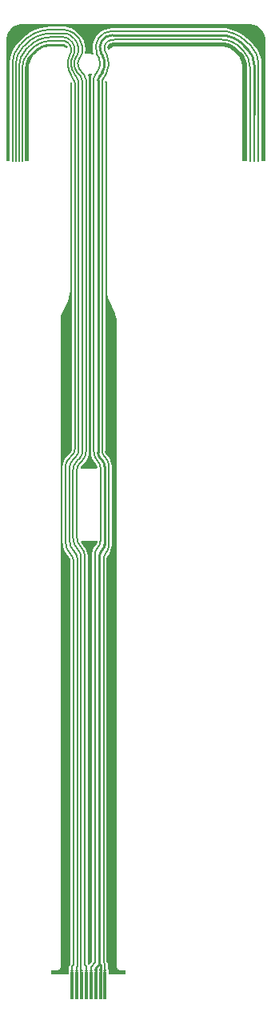
<source format=gbr>
G04*
G04 #@! TF.GenerationSoftware,Altium Limited,Altium Designer,25.1.2 (22)*
G04*
G04 Layer_Physical_Order=1*
G04 Layer_Color=255*
%FSLAX44Y44*%
%MOMM*%
G71*
G04*
G04 #@! TF.SameCoordinates,C917C2C7-DC1F-4EFE-91AA-FEAD6B98D190*
G04*
G04*
G04 #@! TF.FilePolarity,Positive*
G04*
G01*
G75*
%ADD10C,0.1500*%
%ADD11C,0.2500*%
%ADD20C,0.2000*%
%ADD21C,0.1800*%
%ADD22R,0.2000X10.0000*%
%ADD23R,0.2500X10.0000*%
%ADD24R,0.3500X3.0000*%
%ADD25R,0.1800X10.0000*%
G36*
X170000Y1032941D02*
X171668Y1032941D01*
X174942Y1032290D01*
X178025Y1031013D01*
X180799Y1029159D01*
X183159Y1026800D01*
X185013Y1024025D01*
X186290Y1020942D01*
X186941Y1017669D01*
X186941Y1016001D01*
X186941Y888056D01*
X183000D01*
Y936704D01*
X183059Y937000D01*
Y990886D01*
X183088D01*
X182737Y995342D01*
X181693Y999689D01*
X179983Y1003819D01*
X177647Y1007630D01*
X174744Y1011030D01*
X174723Y1011009D01*
X168316Y1017416D01*
X168072Y1017579D01*
X165318Y1019995D01*
X160795Y1023017D01*
X155915Y1025423D01*
X150764Y1027172D01*
X145428Y1028233D01*
X140000Y1028589D01*
Y1028589D01*
X139970Y1028559D01*
X137000Y1028559D01*
X31000D01*
X30997Y1028558D01*
X30994Y1028559D01*
X25471Y1028549D01*
X25000Y1028595D01*
X20982Y1028199D01*
X17119Y1027027D01*
X13558Y1025124D01*
X10437Y1022563D01*
X7876Y1019442D01*
X5973Y1015881D01*
X4801Y1012018D01*
X4405Y1008000D01*
X4801Y1003982D01*
X5575Y1001431D01*
X5108Y1000906D01*
X4512Y1000560D01*
X3358Y1001038D01*
X3063Y1001096D01*
X2784Y1001212D01*
X1336Y1001500D01*
X1034D01*
X739Y1001559D01*
X-739D01*
X-1034Y1001500D01*
X-1336D01*
X-2784Y1001212D01*
X-3238Y1001534D01*
X-3513Y1001797D01*
X-3731Y1002136D01*
X-3757Y1002211D01*
X-3384Y1006000D01*
X-3848Y1010715D01*
X-5223Y1015249D01*
X-7457Y1019428D01*
X-10463Y1023090D01*
X-14125Y1026096D01*
X-18304Y1028329D01*
X-20592Y1029024D01*
X-21302Y1029239D01*
X-21344Y1029267D01*
X-21789Y1029386D01*
X-22030Y1029461D01*
X-25515Y1030020D01*
X-25760Y1030011D01*
X-26000Y1030059D01*
X-40251Y1030058D01*
X-40271Y1030074D01*
Y1030075D01*
X-45625Y1029724D01*
X-51153Y1028624D01*
X-56491Y1026812D01*
X-61547Y1024319D01*
X-66233Y1021188D01*
X-70471Y1017471D01*
X-73813Y1013661D01*
D01*
X-74316Y1013088D01*
X-75213Y1012190D01*
X-75213Y1012190D01*
X-78106Y1008803D01*
X-80434Y1005005D01*
X-82138Y1000889D01*
X-83178Y996558D01*
X-83527Y992117D01*
X-83497D01*
Y937000D01*
X-83440Y936714D01*
Y888958D01*
X-84338Y888060D01*
X-86941Y888061D01*
Y1016001D01*
X-86941Y1017669D01*
X-86290Y1020942D01*
X-85013Y1024025D01*
X-83159Y1026800D01*
X-80800Y1029159D01*
X-78025Y1031013D01*
X-74942Y1032290D01*
X-71669Y1032941D01*
X-70000Y1032941D01*
X-30000Y1032941D01*
X30000Y1032941D01*
X170000Y1032941D01*
X170000Y1032941D01*
D02*
G37*
G36*
X138730Y1013441D02*
X140000Y1013441D01*
X141235Y1013357D01*
X144138Y1013129D01*
X148175Y1012160D01*
X152010Y1010571D01*
X155550Y1008402D01*
X158616Y1005783D01*
X159448Y1004837D01*
X159448D01*
X160353Y1004001D01*
X161398Y1002957D01*
X161510Y1002882D01*
X164209Y999594D01*
X166277Y995724D01*
X167551Y991526D01*
X167968Y987292D01*
X167941Y987159D01*
Y937000D01*
X168000Y936704D01*
Y888056D01*
X163059D01*
Y986000D01*
X163044Y986075D01*
X163055Y986151D01*
X162959Y988111D01*
X162904Y988331D01*
Y988557D01*
X162139Y992403D01*
X162024Y992681D01*
X161965Y992977D01*
X160464Y996599D01*
X160297Y996849D01*
X160182Y997128D01*
X158003Y1000387D01*
X157790Y1000600D01*
X157623Y1000851D01*
X154851Y1003623D01*
X154600Y1003791D01*
X154387Y1004004D01*
X151127Y1006182D01*
X150849Y1006297D01*
X150598Y1006464D01*
X146976Y1007965D01*
X146681Y1008024D01*
X146402Y1008139D01*
X142557Y1008904D01*
X142330D01*
X142110Y1008959D01*
X140150Y1009055D01*
X140075Y1009044D01*
X140000Y1009059D01*
X30000Y1009059D01*
X27553Y1009059D01*
X27445Y1009037D01*
X27336Y1009051D01*
X27259Y1009030D01*
X27179Y1009036D01*
X26268Y1008924D01*
X25876Y1008794D01*
X25471Y1008714D01*
X25347Y1008631D01*
X25204Y1008587D01*
X23596Y1007731D01*
X23480Y1007636D01*
X23342Y1007579D01*
X23126Y1007364D01*
X22872Y1007194D01*
X22872Y1007194D01*
Y1007194D01*
X22788Y1007070D01*
X22673Y1006975D01*
X22602Y1006843D01*
X22496Y1006738D01*
X21865Y1005800D01*
X21456Y1005843D01*
X20298Y1006341D01*
X19968Y1008000D01*
X20351Y1009926D01*
X21442Y1011558D01*
X23074Y1012649D01*
X24422Y1012917D01*
X24422Y1012917D01*
Y1012917D01*
X24465Y1012969D01*
X31109Y1013441D01*
X137000D01*
X138730Y1013441D01*
D02*
G37*
G36*
X-40250Y1011941D02*
X-27590D01*
X-25921Y1011843D01*
X-25192Y1011698D01*
X-23191Y1010361D01*
X-22230Y1008922D01*
X-22331Y1008365D01*
X-22777Y1008018D01*
X-22874Y1007965D01*
X-23723Y1007799D01*
X-25204Y1008587D01*
X-25347Y1008631D01*
X-25471Y1008714D01*
X-25877Y1008794D01*
X-26269Y1008924D01*
X-27180Y1009036D01*
X-27368Y1009022D01*
X-27553Y1009059D01*
X-30000Y1009059D01*
X-40000Y1009059D01*
X-40075Y1009044D01*
X-40150Y1009055D01*
X-42110Y1008959D01*
X-42330Y1008904D01*
X-42557D01*
X-46402Y1008139D01*
X-46681Y1008024D01*
X-46976Y1007965D01*
X-50599Y1006464D01*
X-50849Y1006297D01*
X-51127Y1006182D01*
X-54387Y1004004D01*
X-54600Y1003791D01*
X-54851Y1003623D01*
X-57623Y1000851D01*
X-57623Y1000851D01*
X-57684Y1000759D01*
X-57771Y1000692D01*
X-57867Y1000524D01*
X-58004Y1000387D01*
X-60182Y997127D01*
X-60297Y996849D01*
X-60464Y996598D01*
X-61965Y992976D01*
X-61965Y992976D01*
X-62024Y992681D01*
X-62139Y992402D01*
X-62904Y988557D01*
Y988330D01*
X-62959Y988110D01*
X-63055Y986150D01*
X-63044Y986075D01*
X-63059Y986000D01*
X-63059Y888955D01*
X-63957Y888057D01*
X-67560Y888058D01*
Y936714D01*
X-67503Y937000D01*
Y985515D01*
X-67529Y985643D01*
X-67109Y989901D01*
X-65830Y994118D01*
X-63752Y998005D01*
X-61038Y1001312D01*
X-60930Y1001385D01*
X-60067Y1002247D01*
X-59122Y1002971D01*
X-59122Y1002971D01*
X-59122Y1002971D01*
X-57702Y1004702D01*
X-53908Y1007815D01*
X-49580Y1010128D01*
X-44884Y1011553D01*
X-40478Y1011987D01*
X-40250Y1011941D01*
D02*
G37*
G36*
X-17694Y971306D02*
X-17603Y971086D01*
X-17559Y969834D01*
Y967000D01*
X-17559Y584000D01*
X-17571D01*
X-17795Y582295D01*
X-18453Y580707D01*
X-19500Y579343D01*
X-19491Y579334D01*
X-23163Y575663D01*
X-23173Y575672D01*
X-25041Y573396D01*
X-26429Y570799D01*
X-27284Y567981D01*
X-27572Y565050D01*
X-27559D01*
Y486485D01*
X-27614D01*
X-27160Y481881D01*
X-25817Y477454D01*
X-23637Y473374D01*
X-20702Y469798D01*
X-20702Y469798D01*
X-19951Y468839D01*
X-19441Y468075D01*
X-19040Y466059D01*
X-19059Y465965D01*
Y454500D01*
X-19059Y39767D01*
X-19663Y39163D01*
X-20326Y38170D01*
X-20559Y37000D01*
X-20559Y37000D01*
Y34271D01*
X-20656Y34000D01*
X-21250D01*
Y32013D01*
X-21259Y31969D01*
X-21250Y31926D01*
Y31916D01*
X-21256Y31873D01*
X-21250Y31847D01*
Y29404D01*
X-21512Y29063D01*
X-22520Y28614D01*
X-22940Y28788D01*
X-23380Y28875D01*
X-23811Y29006D01*
X-24201Y29044D01*
X-24351Y29029D01*
X-24500Y29059D01*
X-39441Y29059D01*
X-39441Y32941D01*
X-34500Y32941D01*
X-34351Y32971D01*
X-34201Y32956D01*
X-33811Y32994D01*
X-33381Y33125D01*
X-32940Y33212D01*
X-32219Y33511D01*
X-32219Y33511D01*
X-32219Y33511D01*
X-32219Y33511D01*
X-32218Y33511D01*
X-31811Y33783D01*
X-31385Y34026D01*
X-31318Y34113D01*
X-31226Y34174D01*
X-31226Y34174D01*
X-31226Y34174D01*
X-30675Y34725D01*
X-30674Y34726D01*
X-30674Y34726D01*
Y34726D01*
X-30613Y34817D01*
X-30526Y34884D01*
X-30284Y35310D01*
X-30011Y35718D01*
X-30011Y35718D01*
X-30011Y35718D01*
X-29713Y36439D01*
X-29713Y36439D01*
X-29713Y36439D01*
X-29625Y36879D01*
X-29495Y37309D01*
X-29456Y37699D01*
X-29471Y37850D01*
X-29441Y37999D01*
Y45000D01*
X-29441Y620000D01*
Y715000D01*
Y720481D01*
X-29080Y723587D01*
X-28361Y726629D01*
X-27296Y729568D01*
X-22931Y738298D01*
X-22919Y738341D01*
X-22893Y738378D01*
X-22161Y739954D01*
X-22145Y740018D01*
X-22109Y740072D01*
X-22095Y740140D01*
X-22059Y740200D01*
X-20875Y743467D01*
X-20848Y743644D01*
X-20774Y743807D01*
X-19975Y747189D01*
X-19969Y747368D01*
X-19914Y747539D01*
X-19512Y750991D01*
X-19523Y751125D01*
X-19493Y751256D01*
X-19443Y752993D01*
X-19450Y753038D01*
X-19441Y753082D01*
X-19441Y971040D01*
X-18171Y971661D01*
X-17694Y971306D01*
D02*
G37*
G36*
X3162Y980002D02*
X3335Y979641D01*
X2753Y978237D01*
X2415Y975671D01*
X2441D01*
Y969500D01*
X2441Y581364D01*
X2411D01*
X2766Y577764D01*
X3816Y574302D01*
X5521Y571112D01*
X7816Y568316D01*
X7816Y568316D01*
X8543Y567347D01*
X9059Y566575D01*
X9460Y564559D01*
X9441Y564464D01*
Y563504D01*
X8171Y562826D01*
X8170Y562826D01*
X7000Y563059D01*
X-7000D01*
X-7885Y562883D01*
X-8583Y563478D01*
X-8843Y563889D01*
X-8436Y564872D01*
X-7248Y566420D01*
X-7251Y566423D01*
X-5831Y567843D01*
X-4911Y568718D01*
X-4911Y568719D01*
X-2575Y571565D01*
X-839Y574812D01*
X229Y578336D01*
X590Y582000D01*
X559D01*
X559Y969500D01*
Y973757D01*
X593D01*
X221Y976584D01*
X-870Y979218D01*
X-870Y979219D01*
X-867Y979249D01*
X-207Y980441D01*
X739D01*
X1034Y980500D01*
X1335D01*
X2404Y980713D01*
X3162Y980002D01*
D02*
G37*
G36*
X8885Y486932D02*
X9398Y486467D01*
X9190Y484885D01*
X8473Y483154D01*
X7353Y481695D01*
X7308Y481692D01*
X7308D01*
X5459Y479282D01*
X4297Y476476D01*
X3900Y473464D01*
X3941D01*
Y454500D01*
Y45000D01*
Y42267D01*
X1049Y39375D01*
X483Y39288D01*
X-612Y39438D01*
X-613Y39439D01*
X-941Y39767D01*
X-941Y454500D01*
Y471050D01*
X-928D01*
X-1216Y473981D01*
X-2071Y476799D01*
X-3459Y479396D01*
X-5328Y481672D01*
X-5328Y481672D01*
X-6129Y482610D01*
X-7609Y484539D01*
X-8164Y485878D01*
X-7250Y486991D01*
X-7000Y486941D01*
X7000D01*
X8170Y487174D01*
X8171Y487175D01*
X8885Y486932D01*
D02*
G37*
G36*
X14219Y31969D02*
X10781D01*
X11250Y34469D01*
X13750D01*
X14219Y31969D01*
D02*
G37*
G36*
X9219D02*
X5781D01*
X6250Y34469D01*
X8750D01*
X9219Y31969D01*
D02*
G37*
G36*
X4220D02*
X781D01*
X1500Y33970D01*
X3500D01*
X4220Y31969D01*
D02*
G37*
G36*
X-781D02*
X-4220D01*
X-3500Y33970D01*
X-1500D01*
X-781Y31969D01*
D02*
G37*
G36*
X-6000Y32000D02*
X-9219Y31969D01*
X-9000Y33970D01*
X-7000D01*
X-6000Y32000D01*
D02*
G37*
G36*
X-10781Y31969D02*
X-14219D01*
X-13500Y33970D01*
X-11500D01*
X-10781Y31969D01*
D02*
G37*
G36*
X-15781D02*
X-19219D01*
X-18500Y33970D01*
X-16500D01*
X-15781Y31969D01*
D02*
G37*
G36*
X19219Y31969D02*
X15781D01*
X16500Y33970D01*
X18500D01*
X19219Y31969D01*
D02*
G37*
G36*
X19441Y972314D02*
Y753082D01*
X19450Y753038D01*
X19442Y752993D01*
X19493Y751256D01*
X19523Y751125D01*
X19512Y750991D01*
X19914Y747539D01*
X19969Y747368D01*
X19975Y747189D01*
X20774Y743807D01*
X20832Y743680D01*
X20849Y743543D01*
X20849Y743542D01*
X20869Y743507D01*
X20875Y743467D01*
X22059Y740200D01*
X22095Y740140D01*
X22109Y740072D01*
X22145Y740018D01*
X22161Y739954D01*
X22893Y738378D01*
X22919Y738341D01*
X22931Y738298D01*
X26597Y730967D01*
X26597Y730966D01*
X27296Y729568D01*
X28361Y726630D01*
X29080Y723587D01*
X29441Y720483D01*
X29441Y718920D01*
X29441Y715000D01*
Y620000D01*
X29441Y45000D01*
Y38000D01*
X29471Y37851D01*
X29456Y37700D01*
X29494Y37310D01*
X29625Y36880D01*
X29713Y36439D01*
X29713Y36439D01*
X29713Y36439D01*
X30011Y35718D01*
X30284Y35310D01*
X30526Y34885D01*
X30613Y34817D01*
X30674Y34726D01*
X30674D01*
X30674Y34726D01*
X31226Y34174D01*
X31226Y34174D01*
X31226Y34174D01*
X31317Y34113D01*
X31385Y34026D01*
X31811Y33783D01*
X32218Y33511D01*
X32219Y33511D01*
X32219Y33511D01*
X32940Y33212D01*
X33380Y33125D01*
X33810Y32994D01*
X34200Y32956D01*
X34351Y32971D01*
X34500Y32941D01*
X39441Y32941D01*
X39441Y29957D01*
X38543Y29059D01*
X24500Y29059D01*
X24351Y29029D01*
X24200Y29044D01*
X23810Y29006D01*
X23380Y28875D01*
X22939Y28788D01*
X22520Y28614D01*
X21659Y28998D01*
X21250Y29369D01*
Y31847D01*
X21256Y31873D01*
X21250Y31916D01*
Y31926D01*
X21259Y31969D01*
X21250Y32013D01*
Y34000D01*
X20656D01*
X20559Y34271D01*
Y39500D01*
X20559Y39500D01*
X20326Y40671D01*
X19663Y41663D01*
X19663Y41663D01*
X19059Y42267D01*
Y45000D01*
Y454500D01*
Y468671D01*
X19057Y468682D01*
X19342Y470116D01*
X19491Y470340D01*
X20173Y471328D01*
X20173Y471328D01*
X22041Y473604D01*
X23429Y476201D01*
X24284Y479019D01*
X24572Y481950D01*
X24559D01*
Y566050D01*
X24572D01*
X24284Y568981D01*
X23429Y571799D01*
X22041Y574396D01*
X20173Y576672D01*
X20173Y576673D01*
X19265Y577561D01*
X19138Y577688D01*
X19061Y577739D01*
X17936Y579423D01*
X17541Y581409D01*
X17559Y581500D01*
X17559Y969500D01*
Y971464D01*
X17540Y971559D01*
X17773Y972729D01*
X18171Y972994D01*
X19441Y972314D01*
D02*
G37*
D10*
X-12927Y998850D02*
G03*
X-12473Y982478I12637J-7842D01*
G01*
X-9400Y997625D02*
G03*
X-9420Y984404I9400J-6625D01*
G01*
X-20013Y1000137D02*
G03*
X-18021Y978381I20013J-9137D01*
G01*
X-16296Y999758D02*
G03*
X-15154Y980389I16296J-8758D01*
G01*
X-12927Y998850D02*
X-10885Y1003483D01*
X-12473Y982478D02*
X-12473Y982478D01*
X-9500Y978500D01*
X-9420Y984404D02*
X-9420Y984404D01*
X-6500Y981000D01*
X-9400Y997625D02*
X-6799Y1002466D01*
X-18021Y978381D02*
X-18021Y978381D01*
X-15500Y973500D01*
X-20013Y1000137D02*
X-18833Y1003142D01*
X-20013Y1000137D02*
Y1000137D01*
X-16296Y999758D02*
X-15508Y1001682D01*
X-15154Y980389D02*
X-12500Y976000D01*
D11*
X175500Y989062D02*
G03*
X168060Y1007023I-25400J0D01*
G01*
X164015Y1011068D02*
G03*
X140000Y1021000I-24015J-24068D01*
G01*
X25504Y1021115D02*
G03*
X13261Y1002131I-504J-13115D01*
G01*
X14244Y981667D02*
G03*
X14748Y999515I-14244J9333D01*
G01*
X17000Y565257D02*
G03*
X14000Y572500I-10243J0D01*
G01*
X16500Y480000D02*
G03*
X17000Y482509I-6043J2509D01*
G01*
X12000Y978500D02*
G03*
X10000Y973671I4828J-4828D01*
G01*
X10000Y580000D02*
G03*
X12475Y574025I8450J0D01*
G01*
X14732Y477360D02*
G03*
X11500Y469523I7826J-7812D01*
G01*
X14732Y477360D02*
G03*
X16500Y480000I-5737J5756D01*
G01*
X11500Y39500D02*
Y469523D01*
X7500Y35500D02*
X11500Y39500D01*
X7500Y17000D02*
Y35500D01*
X12500Y17000D02*
Y38500D01*
X11500Y39500D02*
X12500Y38500D01*
X164015Y1011068D02*
X168060Y1007023D01*
X175500Y937000D02*
Y989062D01*
X31000Y1021000D02*
X140000D01*
X25504Y1021115D02*
X31000Y1021000D01*
X13261Y1002131D02*
X13261Y1002131D01*
X14748Y999515D01*
X14244Y981667D02*
X14244Y981667D01*
X12000Y978500D02*
X14244Y981667D01*
X17000Y482520D02*
Y565257D01*
X17000Y482509D02*
X17000Y482520D01*
X12475Y574025D02*
X14000Y572500D01*
X10000Y969500D02*
X10000Y580000D01*
X10000Y969500D02*
Y973671D01*
D20*
X7500Y980500D02*
G03*
X5500Y975671I4828J-4828D01*
G01*
X5500Y581364D02*
G03*
X10000Y570500I15364J0D01*
G01*
X9500Y479500D02*
G03*
X7000Y473464I6036J-6036D01*
G01*
X25460Y1025490D02*
G03*
X8993Y1000938I-460J-17490D01*
G01*
X12500Y564464D02*
G03*
X10000Y570500I-8536J0D01*
G01*
X9382Y982605D02*
G03*
X10903Y997295I-9382J8395D01*
G01*
X180000Y990886D02*
G03*
X172561Y1008846I-25400J0D01*
G01*
X166153Y1015253D02*
G03*
X140000Y1025500I-26153J-28253D01*
G01*
X171000Y987159D02*
G03*
X163561Y1005120I-25400J0D01*
G01*
X161740Y1006940D02*
G03*
X140000Y1016500I-21740J-19940D01*
G01*
X-40250Y1015039D02*
G03*
X-61521Y1004975I250J-28039D01*
G01*
X-40250Y1019000D02*
G03*
X-63837Y1008350I250J-32000D01*
G01*
X-40250Y1023000D02*
G03*
X-66665Y1011188I250J-36000D01*
G01*
X-40251Y1027000D02*
G03*
X-71411Y1011767I251J-39999D01*
G01*
X-12500Y571000D02*
G03*
X-16500Y561222I9949J-9778D01*
G01*
Y490278D02*
G03*
X-11000Y477000I18778J0D01*
G01*
X-12421Y571079D02*
G03*
X-12500Y571000I9870J-9858D01*
G01*
X-18585Y1020273D02*
G03*
X-25169Y1023000I-6584J-6584D01*
G01*
X-10885Y1003483D02*
G03*
X-18585Y1020273I-16667J2517D01*
G01*
X-8000Y469757D02*
G03*
X-11000Y477000I-10243J0D01*
G01*
X-12414Y571086D02*
G03*
X-12421Y571079I9864J-9864D01*
G01*
X-9328Y574172D02*
G03*
X-6500Y581000I-6828J6828D01*
G01*
X-6500Y972465D02*
G03*
X-8647Y977646I-7328J0D01*
G01*
X-9414Y568586D02*
G03*
X-12500Y561136I7450J-7450D01*
G01*
Y491571D02*
G03*
X-7500Y479500I17071J0D01*
G01*
X-6799Y1002466D02*
G03*
X-22515Y1026441I-20754J3534D01*
G01*
X-4000Y471050D02*
G03*
X-7500Y479500I-11950J0D01*
G01*
X-7096Y570904D02*
G03*
X-2500Y582000I-11096J11096D01*
G01*
X-4791Y979291D02*
G03*
X-4793Y979293I-5538J-5533D01*
G01*
X-2500Y973757D02*
G03*
X-4791Y979291I-7828J0D01*
G01*
X18818Y980601D02*
G03*
X19486Y1000086I-18818J10399D01*
G01*
X18000Y473500D02*
G03*
X21500Y481950I-8450J8450D01*
G01*
Y566050D02*
G03*
X18000Y574500I-11950J0D01*
G01*
X24058Y1016007D02*
G03*
X17397Y1005317I942J-8007D01*
G01*
X17000Y977500D02*
G03*
X14500Y971464I6036J-6036D01*
G01*
X14500Y581500D02*
G03*
X16975Y575525I8450J0D01*
G01*
X18000Y473500D02*
G03*
X16000Y468671I4828J-4828D01*
G01*
X-20327Y1016560D02*
G03*
X-26219Y1019000I-5891J-5891D01*
G01*
X-14500Y971086D02*
G03*
X-15500Y973500I-3414J0D01*
G01*
X-16000Y465965D02*
G03*
X-18500Y472000I-8535J0D01*
G01*
X-21000Y573500D02*
G03*
X-24500Y565050I8450J-8450D01*
G01*
Y486485D02*
G03*
X-18500Y472000I20485J0D01*
G01*
X-15508Y1001682D02*
G03*
X-20327Y1016560I-12044J4318D01*
G01*
X-18833Y1003142D02*
G03*
X-25178Y1014863I-8719J2858D01*
G01*
X-10500Y971397D02*
G03*
X-12340Y975840I-6284J0D01*
G01*
X-20500Y488985D02*
G03*
X-14500Y474500I20485J0D01*
G01*
X-16147Y572854D02*
G03*
X-20500Y562343I10510J-10510D01*
G01*
X-12000Y468465D02*
G03*
X-14500Y474500I-8536J0D01*
G01*
X-13682Y575318D02*
G03*
X-10500Y583000I-7682J7682D01*
G01*
X-17328Y577172D02*
G03*
X-14500Y584000I-6829J6829D01*
G01*
X9500Y479500D02*
G03*
X12500Y486743I-7243J7243D01*
G01*
X16000Y41000D02*
Y45000D01*
Y41000D02*
X17500Y39500D01*
Y17000D02*
Y39500D01*
X7000Y45000D02*
Y454500D01*
Y41000D02*
Y45000D01*
X2500Y17000D02*
Y36500D01*
X7000Y41000D01*
Y454500D02*
Y473464D01*
X5500Y969500D02*
Y975671D01*
Y969500D02*
X5500Y581364D01*
X7500Y980500D02*
X7500Y980500D01*
X9382Y982605D01*
X12500Y486743D02*
Y564464D01*
X10903Y997295D02*
X10903Y997295D01*
X180000Y937000D02*
Y990886D01*
X8993Y1000938D02*
X8993Y1000938D01*
X10903Y997295D01*
X25460Y1025490D02*
X25460D01*
X31000Y1025500D01*
X166153Y1015253D02*
X172561Y1008846D01*
X137000Y1025500D02*
X140000Y1025500D01*
X16000Y45000D02*
Y454500D01*
X161740Y1006940D02*
X163561Y1005120D01*
X171000Y937000D02*
Y987159D01*
X-40250Y1023000D02*
X-26000Y1023000D01*
X-16500Y490278D02*
Y561222D01*
X-12500Y571000D02*
X-12421Y571079D01*
X-26000Y1023000D02*
X-25169D01*
X-12421Y571079D02*
X-9328Y574172D01*
X-8000Y454500D02*
Y469757D01*
X-6500Y969500D02*
Y972465D01*
X-40251Y1027000D02*
X-40250D01*
X-12500Y491571D02*
Y561136D01*
X-9414Y568586D02*
X-7096Y570904D01*
X-22515Y1026441D02*
X-22515D01*
X-26000Y1027000D02*
X-22515Y1026441D01*
X-4000Y454500D02*
Y471050D01*
X-6500Y981000D02*
X-4793Y979293D01*
X-2500Y969500D02*
Y973757D01*
X-4793Y979293D02*
X-4791Y979291D01*
X-40250Y1027000D02*
X-26000Y1027000D01*
X137000Y1016500D02*
X140000Y1016500D01*
X24058Y1016007D02*
X31000Y1016500D01*
X24058Y1016007D02*
X24058D01*
X17397Y1005317D02*
X19486Y1000086D01*
X19486Y1000086D01*
X18818Y980601D02*
X18818Y980601D01*
X17000Y977500D02*
X18818Y980601D01*
X17000Y977500D02*
Y977500D01*
X21500Y481950D02*
Y566050D01*
X16975Y575525D02*
X18000Y574500D01*
X14500Y969500D02*
X14500Y581500D01*
X14500Y969500D02*
Y971464D01*
X16000Y454500D02*
Y468671D01*
X31000Y1025500D02*
X137000D01*
X31000Y1016500D02*
X137000D01*
X-26500Y1019000D02*
X-26219D01*
X-27500Y1015000D02*
X-25178Y1014863D01*
X-14500Y967000D02*
Y971086D01*
X-16000Y454500D02*
Y465965D01*
X-21000Y573500D02*
X-17328Y577172D01*
X-24500Y486485D02*
Y565050D01*
X-40250Y1015000D02*
X-27500D01*
X-40250Y1019000D02*
X-26500Y1019000D01*
X-12500Y976000D02*
X-12340Y975840D01*
X-9500Y978500D02*
X-8647Y977646D01*
X-20500Y488985D02*
Y562343D01*
X-12000Y454500D02*
Y468465D01*
X-16147Y572854D02*
X-13682Y575318D01*
X-10500Y971397D02*
X-10500Y583000D01*
X-14500Y967000D02*
X-14500Y584000D01*
X-6500Y969500D02*
X-6500Y581000D01*
X-2500Y969500D02*
X-2500Y582000D01*
X-16000Y454500D02*
X-16000Y38500D01*
X-17500Y37000D02*
X-16000Y38500D01*
X-17500Y17000D02*
Y37000D01*
X-12000Y454500D02*
X-12000Y37000D01*
X-12500Y36500D02*
X-12000Y37000D01*
X-12500Y17000D02*
Y36500D01*
X-8000Y454500D02*
X-8000Y17500D01*
X-7500Y17000D01*
X-4000Y454500D02*
X-4000Y38500D01*
X-2500Y37000D01*
Y17000D02*
Y37000D01*
D21*
X-63021Y1003475D02*
G03*
X-70460Y985515I17960J-17960D01*
G01*
X-66381Y1005807D02*
G03*
X-73820Y987847I17960J-17960D01*
G01*
X-69741Y1008112D02*
G03*
X-77180Y990152I17960J-17960D01*
G01*
X-73101Y1010077D02*
G03*
X-80540Y992117I17960J-17960D01*
G01*
X-63021Y1003475D02*
X-61521Y1004975D01*
X-70460Y937000D02*
Y985515D01*
X-66381Y1005807D02*
X-63837Y1008350D01*
X-73820Y937000D02*
Y987847D01*
X-69741Y1008112D02*
X-66665Y1011188D01*
X-77180Y937000D02*
Y990152D01*
X-73101Y1010077D02*
X-71411Y1011767D01*
X-80540Y937000D02*
Y992117D01*
D22*
X171000Y937000D02*
D03*
X180000D02*
D03*
D23*
X175500D02*
D03*
D24*
X17500Y17000D02*
D03*
X2500Y17000D02*
D03*
X7500D02*
D03*
X12500D02*
D03*
X-17500D02*
D03*
X-12500D02*
D03*
X-7500D02*
D03*
X-2500D02*
D03*
D25*
X-70460Y937000D02*
D03*
X-73820D02*
D03*
X-77180D02*
D03*
X-80540D02*
D03*
M02*

</source>
